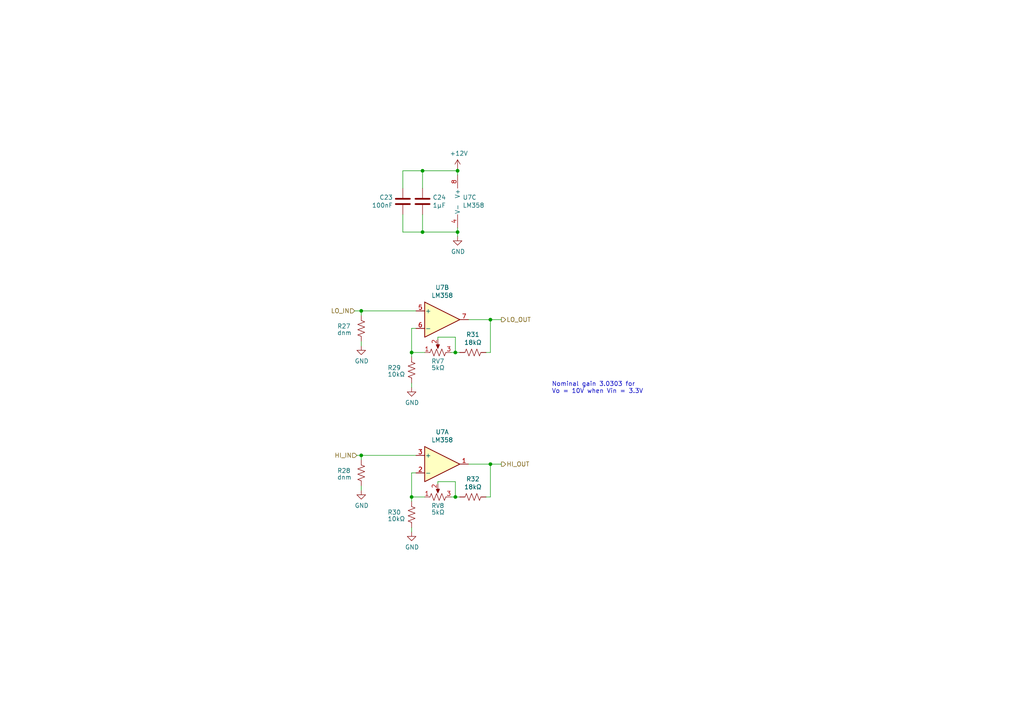
<source format=kicad_sch>
(kicad_sch (version 20211123) (generator eeschema)
  (paper "A4")
  (lib_symbols
    (symbol "Amplifier_Operational:LM358" (pin_names (offset 0.127))
      (property "Reference" "U" (at 0 5.08 0))
      (property "Value" "LM358" (at 0 -5.08 0))
      (symbol "LM358_1_1"
        (polyline (pts (xy -5.08 5.08) (xy 5.08 0) (xy -5.08 -5.08) (xy -5.08 5.08)) (stroke (width 0.254)) (fill (type background)))
        (pin output line (at 7.62 0 180) (length 2.54) (name "~") (number "1"))
        (pin input line (at -7.62 -2.54 0) (length 2.54) (name "-") (number "2"))
        (pin input line (at -7.62 2.54 0) (length 2.54) (name "+") (number "3"))
      )
      (symbol "LM358_2_1"
        (polyline (pts (xy -5.08 5.08) (xy 5.08 0) (xy -5.08 -5.08) (xy -5.08 5.08)) (stroke (width 0.254)) (fill (type background)))
        (pin input line (at -7.62 2.54 0) (length 2.54) (name "+") (number "5"))
        (pin input line (at -7.62 -2.54 0) (length 2.54) (name "-") (number "6"))
        (pin output line (at 7.62 0 180) (length 2.54) (name "~") (number "7"))
      )
      (symbol "LM358_3_1"
        (pin power_in line (at -2.54 -7.62 90) (length 3.81) (name "V-") (number "4"))
        (pin power_in line (at -2.54 7.62 270) (length 3.81) (name "V+") (number "8"))
      )
    )
    (symbol "Device:C" (pin_numbers hide) (pin_names (offset 0.254))
      (property "Reference" "C" (at 0.635 2.54 0))
      (property "Value" "C" (at 0.635 -2.54 0))
      (symbol "C_0_1"
        (polyline (pts (xy -2.032 -0.762) (xy 2.032 -0.762)) (stroke (width 0.508)))
        (polyline (pts (xy -2.032 0.762) (xy 2.032 0.762)) (stroke (width 0.508)))
      )
      (symbol "C_1_1"
        (pin passive line (at 0 3.81 270) (length 2.794) (name "~") (number "1"))
        (pin passive line (at 0 -3.81 90) (length 2.794) (name "~") (number "2"))
      )
    )
    (symbol "Device:R_Potentiometer_US" (pin_names (offset 1.016) hide)
      (property "Reference" "RV" (at -4.445 0 90))
      (property "Value" "R_Potentiometer_US" (at -2.54 0 90))
      (symbol "R_Potentiometer_US_0_1"
        (polyline (pts (xy 0 -2.286) (xy 0 -2.54)))
        (polyline (pts (xy 0 2.54) (xy 0 2.286)))
        (polyline (pts (xy 2.54 0) (xy 1.524 0)))
        (polyline (pts (xy 1.143 0) (xy 2.286 0.508) (xy 2.286 -0.508) (xy 1.143 0)) (fill (type outline)))
        (polyline (pts (xy 0 -0.762) (xy 1.016 -1.143) (xy 0 -1.524) (xy -1.016 -1.905) (xy 0 -2.286)))
        (polyline (pts (xy 0 0.762) (xy 1.016 0.381) (xy 0 0) (xy -1.016 -0.381) (xy 0 -0.762)))
        (polyline (pts (xy 0 2.286) (xy 1.016 1.905) (xy 0 1.524) (xy -1.016 1.143) (xy 0 0.762)))
      )
      (symbol "R_Potentiometer_US_1_1"
        (pin passive line (at 0 3.81 270) (length 1.27) (name "1") (number "1"))
        (pin passive line (at 3.81 0 180) (length 1.27) (name "2") (number "2"))
        (pin passive line (at 0 -3.81 90) (length 1.27) (name "3") (number "3"))
      )
    )
    (symbol "Device:R_US" (pin_numbers hide) (pin_names (offset 0))
      (property "Reference" "R" (at 2.54 0 90))
      (property "Value" "R_US" (at -2.54 0 90))
      (symbol "R_US_0_1"
        (polyline (pts (xy 0 -2.286) (xy 0 -2.54)))
        (polyline (pts (xy 0 2.286) (xy 0 2.54)))
        (polyline (pts (xy 0 -0.762) (xy 1.016 -1.143) (xy 0 -1.524) (xy -1.016 -1.905) (xy 0 -2.286)))
        (polyline (pts (xy 0 0.762) (xy 1.016 0.381) (xy 0 0) (xy -1.016 -0.381) (xy 0 -0.762)))
        (polyline (pts (xy 0 2.286) (xy 1.016 1.905) (xy 0 1.524) (xy -1.016 1.143) (xy 0 0.762)))
      )
      (symbol "R_US_1_1"
        (pin passive line (at 0 3.81 270) (length 1.27) (name "~") (number "1"))
        (pin passive line (at 0 -3.81 90) (length 1.27) (name "~") (number "2"))
      )
    )
    (symbol "power:+12V" (power) (pin_names (offset 0))
      (property "Value" "+12V" (at 0 3.556 0))
      (symbol "+12V_0_1"
        (polyline (pts (xy -0.762 1.27) (xy 0 2.54)))
        (polyline (pts (xy 0 0) (xy 0 2.54)))
        (polyline (pts (xy 0 2.54) (xy 0.762 1.27)))
      )
      (symbol "+12V_1_1"
        (pin power_in line (at 0 0 90) (length 0) hide (name "+12V") (number "1"))
      )
    )
    (symbol "power:GND" (power) (pin_names (offset 0))
      (property "Value" "GND" (at 0 -3.81 0))
      (symbol "GND_0_1"
        (polyline (pts (xy 0 0) (xy 0 -1.27) (xy 1.27 -1.27) (xy 0 -2.54) (xy -1.27 -1.27) (xy 0 -1.27)))
      )
      (symbol "GND_1_1"
        (pin power_in line (at 0 0 270) (length 0) hide (name "GND") (number "1"))
      )
    )
  )
  (junction (at 122.555 67.31))
  (junction (at 132.715 49.53))
  (junction (at 122.555 49.53))
  (junction (at 119.38 144.145))
  (junction (at 132.08 102.235))
  (junction (at 132.08 144.145))
  (junction (at 119.38 102.235))
  (junction (at 142.24 134.62))
  (junction (at 104.775 132.08))
  (junction (at 132.715 67.31))
  (junction (at 142.24 92.71))
  (junction (at 104.775 90.17))
  (wire (pts (xy 132.08 144.145) (xy 130.81 144.145)))
  (wire (pts (xy 102.87 90.17) (xy 104.775 90.17)))
  (wire (pts (xy 132.08 102.235) (xy 133.35 102.235)))
  (wire (pts (xy 132.08 144.145) (xy 133.35 144.145)))
  (wire (pts (xy 132.715 49.53) (xy 122.555 49.53)))
  (wire (pts (xy 142.24 92.71) (xy 142.24 102.235)))
  (wire (pts (xy 127 139.7) (xy 132.08 139.7)))
  (wire (pts (xy 142.24 134.62) (xy 145.415 134.62)))
  (wire (pts (xy 132.715 50.8) (xy 132.715 49.53)))
  (wire (pts (xy 142.24 102.235) (xy 140.97 102.235)))
  (wire (pts (xy 122.555 49.53) (xy 122.555 54.61)))
  (wire (pts (xy 119.38 137.16) (xy 119.38 144.145)))
  (wire (pts (xy 120.65 137.16) (xy 119.38 137.16)))
  (wire (pts (xy 104.775 142.24) (xy 104.775 140.97)))
  (wire (pts (xy 116.84 49.53) (xy 122.555 49.53)))
  (wire (pts (xy 116.84 49.53) (xy 116.84 54.61)))
  (wire (pts (xy 119.38 144.145) (xy 119.38 145.415)))
  (wire (pts (xy 104.775 133.35) (xy 104.775 132.08)))
  (wire (pts (xy 104.775 132.08) (xy 120.65 132.08)))
  (wire (pts (xy 135.89 92.71) (xy 142.24 92.71)))
  (wire (pts (xy 132.715 49.53) (xy 132.715 48.895)))
  (wire (pts (xy 142.24 134.62) (xy 142.24 144.145)))
  (wire (pts (xy 127 98.425) (xy 127 97.79)))
  (wire (pts (xy 132.715 67.31) (xy 132.715 66.04)))
  (wire (pts (xy 122.555 67.31) (xy 132.715 67.31)))
  (wire (pts (xy 116.84 67.31) (xy 116.84 62.23)))
  (wire (pts (xy 104.775 91.44) (xy 104.775 90.17)))
  (wire (pts (xy 119.38 154.305) (xy 119.38 153.035)))
  (wire (pts (xy 132.08 97.79) (xy 132.08 102.235)))
  (wire (pts (xy 104.775 90.17) (xy 120.65 90.17)))
  (wire (pts (xy 132.08 102.235) (xy 130.81 102.235)))
  (wire (pts (xy 119.38 95.25) (xy 119.38 102.235)))
  (wire (pts (xy 122.555 67.31) (xy 116.84 67.31)))
  (wire (pts (xy 132.715 68.58) (xy 132.715 67.31)))
  (wire (pts (xy 103.505 132.08) (xy 104.775 132.08)))
  (wire (pts (xy 142.24 92.71) (xy 145.415 92.71)))
  (wire (pts (xy 127 97.79) (xy 132.08 97.79)))
  (wire (pts (xy 119.38 102.235) (xy 119.38 103.505)))
  (wire (pts (xy 142.24 144.145) (xy 140.97 144.145)))
  (wire (pts (xy 122.555 62.23) (xy 122.555 67.31)))
  (wire (pts (xy 135.89 134.62) (xy 142.24 134.62)))
  (wire (pts (xy 123.19 102.235) (xy 119.38 102.235)))
  (wire (pts (xy 120.65 95.25) (xy 119.38 95.25)))
  (wire (pts (xy 127 140.335) (xy 127 139.7)))
  (wire (pts (xy 119.38 112.395) (xy 119.38 111.125)))
  (wire (pts (xy 132.08 139.7) (xy 132.08 144.145)))
  (wire (pts (xy 104.775 100.33) (xy 104.775 99.06)))
  (wire (pts (xy 123.19 144.145) (xy 119.38 144.145)))
  (text "Nominal gain 3.0303 for\nVo = 10V when Vin = 3.3V\n" (at 160.02 114.3 0) (effects (font (size 1.27 1.27)) (justify left bottom)))
  (hierarchical_label "LO_OUT" (shape output) (at 145.415 92.71 0))
  (hierarchical_label "HI_IN" (shape input) (at 103.505 132.08 180))
  (hierarchical_label "HI_OUT" (shape output) (at 145.415 134.62 0))
  (hierarchical_label "LO_IN" (shape input) (at 102.87 90.17 180))
  (symbol (lib_id "Amplifier_Operational:LM358") (at 128.27 134.62 0) (unit 1)
    (property "Reference" "U7" (at 128.27 125.2982 0))
    (property "Value" "LM358" (at 128.27 127.6096 0))
    (property "Footprint" "Package_SO:SOIC-8_3.9x4.9mm_P1.27mm" (effects hide))
    (property "Datasheet" "http://www.ti.com/lit/ds/symlink/lm2904-n.pdf" (effects hide))
  )
  (symbol (lib_id "Amplifier_Operational:LM358") (at 128.27 92.71 0) (unit 2)
    (property "Reference" "U7" (at 128.27 83.3882 0))
    (property "Value" "LM358" (at 128.27 85.6996 0))
    (property "Footprint" "Package_SO:SOIC-8_3.9x4.9mm_P1.27mm" (effects hide))
    (property "Datasheet" "http://www.ti.com/lit/ds/symlink/lm2904-n.pdf" (effects hide))
  )
  (symbol (lib_id "Amplifier_Operational:LM358") (at 135.255 58.42 0) (unit 3)
    (property "Reference" "U7" (at 134.1882 57.2516 0) (effects (justify left)))
    (property "Value" "LM358" (at 134.1882 59.563 0) (effects (justify left)))
    (property "Footprint" "Package_SO:SOIC-8_3.9x4.9mm_P1.27mm" (effects hide))
    (property "Datasheet" "http://www.ti.com/lit/ds/symlink/lm2904-n.pdf" (effects hide))
  )
  (symbol (lib_id "Device:R_US") (at 137.16 102.235 270) (unit 1)
    (property "Reference" "R31" (at 137.16 97.028 90))
    (property "Value" "18kΩ" (at 137.16 99.3394 90))
    (property "Footprint" "Resistor_SMD:R_0805_2012Metric_Pad1.20x1.40mm_HandSolder" (effects hide))
  )
  (symbol (lib_id "Device:R_US") (at 119.38 107.315 0) (unit 1)
    (property "Reference" "R29" (at 112.395 106.68 0) (effects (justify left)))
    (property "Value" "10kΩ" (at 112.395 108.585 0) (effects (justify left)))
    (property "Footprint" "Resistor_SMD:R_0805_2012Metric_Pad1.20x1.40mm_HandSolder" (effects hide))
  )
  (symbol (lib_id "Device:R_Potentiometer_US") (at 127 102.235 90) (unit 1)
    (property "Reference" "RV7" (at 125.095 104.775 90) (effects (justify right)))
    (property "Value" "5kΩ" (at 125.095 106.68 90) (effects (justify right)))
    (property "Footprint" "Potentiometer_THT:Potentiometer_Bourns_3296W_Vertical" (effects hide))
  )
  (symbol (lib_id "Device:R_US") (at 104.775 95.25 0) (unit 1)
    (property "Reference" "R27" (at 97.79 94.615 0) (effects (justify left)))
    (property "Value" "dnm" (at 97.79 96.52 0) (effects (justify left)))
    (property "Footprint" "Resistor_SMD:R_0805_2012Metric_Pad1.20x1.40mm_HandSolder" (effects hide))
  )
  (symbol (lib_id "power:GND") (at 104.775 100.33 0) (unit 1)
    (property "Reference" "#PWR057" (effects hide))
    (property "Value" "GND" (at 104.902 104.7242 0))
  )
  (symbol (lib_id "Device:R_US") (at 104.775 137.16 0) (unit 1)
    (property "Reference" "R28" (at 97.79 136.525 0) (effects (justify left)))
    (property "Value" "dnm" (at 97.79 138.43 0) (effects (justify left)))
    (property "Footprint" "Resistor_SMD:R_0805_2012Metric_Pad1.20x1.40mm_HandSolder" (effects hide))
  )
  (symbol (lib_id "power:GND") (at 104.775 142.24 0) (unit 1)
    (property "Reference" "#PWR058" (effects hide))
    (property "Value" "GND" (at 104.902 146.6342 0))
  )
  (symbol (lib_id "power:GND") (at 119.38 112.395 0) (unit 1)
    (property "Reference" "#PWR059" (effects hide))
    (property "Value" "GND" (at 119.507 116.7892 0))
  )
  (symbol (lib_id "Device:R_US") (at 137.16 144.145 270) (unit 1)
    (property "Reference" "R32" (at 137.16 138.938 90))
    (property "Value" "18kΩ" (at 137.16 141.2494 90))
    (property "Footprint" "Resistor_SMD:R_0805_2012Metric_Pad1.20x1.40mm_HandSolder" (effects hide))
  )
  (symbol (lib_id "Device:R_US") (at 119.38 149.225 0) (unit 1)
    (property "Reference" "R30" (at 112.395 148.59 0) (effects (justify left)))
    (property "Value" "10kΩ" (at 112.395 150.495 0) (effects (justify left)))
    (property "Footprint" "Resistor_SMD:R_0805_2012Metric_Pad1.20x1.40mm_HandSolder" (effects hide))
  )
  (symbol (lib_id "Device:R_Potentiometer_US") (at 127 144.145 90) (unit 1)
    (property "Reference" "RV8" (at 125.095 146.685 90) (effects (justify right)))
    (property "Value" "5kΩ" (at 125.095 148.59 90) (effects (justify right)))
    (property "Footprint" "Potentiometer_THT:Potentiometer_Bourns_3296W_Vertical" (effects hide))
  )
  (symbol (lib_id "power:GND") (at 119.38 154.305 0) (unit 1)
    (property "Reference" "#PWR060" (effects hide))
    (property "Value" "GND" (at 119.507 158.6992 0))
  )
  (symbol (lib_id "Device:C") (at 122.555 58.42 0) (unit 1)
    (property "Reference" "C24" (at 125.476 57.2516 0) (effects (justify left)))
    (property "Value" "1μF" (at 125.476 59.563 0) (effects (justify left)))
    (property "Footprint" "Capacitor_SMD:C_0603_1608Metric_Pad1.08x0.95mm_HandSolder" (effects hide))
  )
  (symbol (lib_id "Device:C") (at 116.84 58.42 0) (mirror x) (unit 1)
    (property "Reference" "C23" (at 113.9444 57.2516 0) (effects (justify right)))
    (property "Value" "100nF" (at 113.9444 59.563 0) (effects (justify right)))
    (property "Footprint" "Capacitor_SMD:C_0603_1608Metric_Pad1.08x0.95mm_HandSolder" (effects hide))
  )
  (symbol (lib_id "power:GND") (at 132.715 68.58 0) (unit 1)
    (property "Reference" "#PWR062" (effects hide))
    (property "Value" "GND" (at 132.842 72.9742 0))
  )
  (symbol (lib_id "power:+12V") (at 132.715 48.895 0) (unit 1)
    (property "Reference" "#PWR061" (effects hide))
    (property "Value" "+12V" (at 133.096 44.5008 0))
  )
)
</source>
